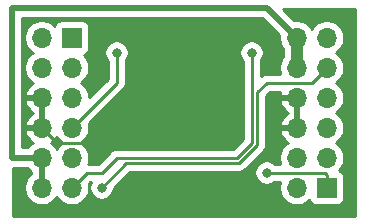
<source format=gbr>
G04 #@! TF.GenerationSoftware,KiCad,Pcbnew,(5.1.5-0-10_14)*
G04 #@! TF.CreationDate,2021-03-22T20:24:37-05:00*
G04 #@! TF.ProjectId,Filter Network,46696c74-6572-4204-9e65-74776f726b2e,rev?*
G04 #@! TF.SameCoordinates,Original*
G04 #@! TF.FileFunction,Copper,L2,Bot*
G04 #@! TF.FilePolarity,Positive*
%FSLAX46Y46*%
G04 Gerber Fmt 4.6, Leading zero omitted, Abs format (unit mm)*
G04 Created by KiCad (PCBNEW (5.1.5-0-10_14)) date 2021-03-22 20:24:37*
%MOMM*%
%LPD*%
G04 APERTURE LIST*
%ADD10R,1.700000X1.700000*%
%ADD11O,1.700000X1.700000*%
%ADD12C,0.800000*%
%ADD13C,0.250000*%
%ADD14C,1.000000*%
%ADD15C,0.500000*%
%ADD16C,0.254000*%
G04 APERTURE END LIST*
D10*
X85090000Y-107950000D03*
D11*
X82550000Y-107950000D03*
X85090000Y-110490000D03*
X82550000Y-110490000D03*
X85090000Y-113030000D03*
X82550000Y-113030000D03*
X85090000Y-115570000D03*
X82550000Y-115570000D03*
X85090000Y-118110000D03*
X82550000Y-118110000D03*
X85090000Y-120650000D03*
X82550000Y-120650000D03*
X104140000Y-107950000D03*
X106680000Y-107950000D03*
X104140000Y-110490000D03*
X106680000Y-110490000D03*
X104140000Y-113030000D03*
X106680000Y-113030000D03*
X104140000Y-115570000D03*
X106680000Y-115570000D03*
X104140000Y-118110000D03*
X106680000Y-118110000D03*
X104140000Y-120650000D03*
D10*
X106680000Y-120650000D03*
D12*
X101600000Y-119380000D03*
X88900000Y-109220000D03*
X87630000Y-120650000D03*
X100330000Y-109220000D03*
X97790000Y-109220000D03*
X97790000Y-113030000D03*
X97790000Y-116840000D03*
X97790000Y-120650000D03*
D13*
X106680000Y-119550000D02*
X106604999Y-119474999D01*
X106510000Y-119380000D02*
X102165685Y-119380000D01*
X106680000Y-119550000D02*
X106510000Y-119380000D01*
X102165685Y-119380000D02*
X101600000Y-119380000D01*
X106680000Y-120650000D02*
X106680000Y-119550000D01*
X85090000Y-115570000D02*
X88900000Y-111760000D01*
X88900000Y-111760000D02*
X88900000Y-109220000D01*
X88900000Y-109220000D02*
X88900000Y-109220000D01*
X87630000Y-120650000D02*
X87630000Y-120650000D01*
X99246400Y-118560010D02*
X89719990Y-118560010D01*
X89719990Y-118560010D02*
X87630000Y-120650000D01*
X100780009Y-117026401D02*
X99246400Y-118560010D01*
X100780010Y-112579990D02*
X100780009Y-117026401D01*
X101600000Y-111760000D02*
X100780010Y-112579990D01*
X105410000Y-111760000D02*
X101600000Y-111760000D01*
X106680000Y-110490000D02*
X105410000Y-111760000D01*
D14*
X104140000Y-107950000D02*
X104140000Y-110490000D01*
D15*
X82550000Y-118110000D02*
X82550000Y-120650000D01*
X104140000Y-107950000D02*
X101600000Y-105410000D01*
X101600000Y-105410000D02*
X86360000Y-105410000D01*
X83820000Y-105410000D02*
X80010000Y-105410000D01*
X86360000Y-105410000D02*
X83820000Y-105410000D01*
D13*
X83820000Y-105410000D02*
X83350998Y-105410000D01*
D15*
X80010000Y-105410000D02*
X80010000Y-115570000D01*
X82550000Y-118110000D02*
X80010000Y-118110000D01*
X80010000Y-118110000D02*
X80010000Y-115570000D01*
D13*
X85090000Y-120650000D02*
X86360000Y-119380000D01*
X86360000Y-119380000D02*
X87630000Y-119380000D01*
X87630000Y-119380000D02*
X88900000Y-118110000D01*
X100330000Y-109220000D02*
X100330000Y-116840000D01*
X100330000Y-116840000D02*
X99060000Y-118110000D01*
X99060000Y-118110000D02*
X88900000Y-118110000D01*
X82550000Y-115570000D02*
X83820000Y-116840000D01*
X83820000Y-116840000D02*
X87630000Y-116840000D01*
X82550000Y-113030000D02*
X82550000Y-115570000D01*
X104140000Y-113030000D02*
X104140000Y-115570000D01*
D16*
G36*
X109093000Y-123063000D02*
G01*
X80137000Y-123063000D01*
X80137000Y-118995000D01*
X81355344Y-118995000D01*
X81396525Y-119056632D01*
X81603368Y-119263475D01*
X81665000Y-119304656D01*
X81665001Y-119455343D01*
X81603368Y-119496525D01*
X81396525Y-119703368D01*
X81234010Y-119946589D01*
X81122068Y-120216842D01*
X81065000Y-120503740D01*
X81065000Y-120796260D01*
X81122068Y-121083158D01*
X81234010Y-121353411D01*
X81396525Y-121596632D01*
X81603368Y-121803475D01*
X81846589Y-121965990D01*
X82116842Y-122077932D01*
X82403740Y-122135000D01*
X82696260Y-122135000D01*
X82983158Y-122077932D01*
X83253411Y-121965990D01*
X83496632Y-121803475D01*
X83703475Y-121596632D01*
X83820000Y-121422240D01*
X83936525Y-121596632D01*
X84143368Y-121803475D01*
X84386589Y-121965990D01*
X84656842Y-122077932D01*
X84943740Y-122135000D01*
X85236260Y-122135000D01*
X85523158Y-122077932D01*
X85793411Y-121965990D01*
X86036632Y-121803475D01*
X86243475Y-121596632D01*
X86405990Y-121353411D01*
X86517932Y-121083158D01*
X86575000Y-120796260D01*
X86575000Y-120503740D01*
X86531210Y-120283592D01*
X86674802Y-120140000D01*
X86725987Y-120140000D01*
X86712795Y-120159744D01*
X86634774Y-120348102D01*
X86595000Y-120548061D01*
X86595000Y-120751939D01*
X86634774Y-120951898D01*
X86712795Y-121140256D01*
X86826063Y-121309774D01*
X86970226Y-121453937D01*
X87139744Y-121567205D01*
X87328102Y-121645226D01*
X87528061Y-121685000D01*
X87731939Y-121685000D01*
X87931898Y-121645226D01*
X88120256Y-121567205D01*
X88289774Y-121453937D01*
X88433937Y-121309774D01*
X88547205Y-121140256D01*
X88625226Y-120951898D01*
X88665000Y-120751939D01*
X88665000Y-120689801D01*
X90034792Y-119320010D01*
X99209078Y-119320010D01*
X99246400Y-119323686D01*
X99283722Y-119320010D01*
X99283733Y-119320010D01*
X99395386Y-119309013D01*
X99538647Y-119265556D01*
X99670676Y-119194984D01*
X99786401Y-119100011D01*
X99810204Y-119071007D01*
X101291016Y-117590196D01*
X101320009Y-117566402D01*
X101343803Y-117537409D01*
X101343808Y-117537404D01*
X101414983Y-117450677D01*
X101485555Y-117318648D01*
X101529012Y-117175387D01*
X101543685Y-117026401D01*
X101540008Y-116989066D01*
X101540009Y-113386890D01*
X102698524Y-113386890D01*
X102743175Y-113534099D01*
X102868359Y-113796920D01*
X103042412Y-114030269D01*
X103258645Y-114225178D01*
X103384255Y-114300000D01*
X103258645Y-114374822D01*
X103042412Y-114569731D01*
X102868359Y-114803080D01*
X102743175Y-115065901D01*
X102698524Y-115213110D01*
X102819845Y-115443000D01*
X104013000Y-115443000D01*
X104013000Y-113157000D01*
X102819845Y-113157000D01*
X102698524Y-113386890D01*
X101540009Y-113386890D01*
X101540010Y-112894791D01*
X101914802Y-112520000D01*
X102745986Y-112520000D01*
X102743175Y-112525901D01*
X102698524Y-112673110D01*
X102819845Y-112903000D01*
X104013000Y-112903000D01*
X104013000Y-112883000D01*
X104267000Y-112883000D01*
X104267000Y-112903000D01*
X104287000Y-112903000D01*
X104287000Y-113157000D01*
X104267000Y-113157000D01*
X104267000Y-115443000D01*
X104287000Y-115443000D01*
X104287000Y-115697000D01*
X104267000Y-115697000D01*
X104267000Y-115717000D01*
X104013000Y-115717000D01*
X104013000Y-115697000D01*
X102819845Y-115697000D01*
X102698524Y-115926890D01*
X102743175Y-116074099D01*
X102868359Y-116336920D01*
X103042412Y-116570269D01*
X103258645Y-116765178D01*
X103375534Y-116834805D01*
X103193368Y-116956525D01*
X102986525Y-117163368D01*
X102824010Y-117406589D01*
X102712068Y-117676842D01*
X102655000Y-117963740D01*
X102655000Y-118256260D01*
X102712068Y-118543158D01*
X102743897Y-118620000D01*
X102303711Y-118620000D01*
X102259774Y-118576063D01*
X102090256Y-118462795D01*
X101901898Y-118384774D01*
X101701939Y-118345000D01*
X101498061Y-118345000D01*
X101298102Y-118384774D01*
X101109744Y-118462795D01*
X100940226Y-118576063D01*
X100796063Y-118720226D01*
X100682795Y-118889744D01*
X100604774Y-119078102D01*
X100565000Y-119278061D01*
X100565000Y-119481939D01*
X100604774Y-119681898D01*
X100682795Y-119870256D01*
X100796063Y-120039774D01*
X100940226Y-120183937D01*
X101109744Y-120297205D01*
X101298102Y-120375226D01*
X101498061Y-120415000D01*
X101701939Y-120415000D01*
X101901898Y-120375226D01*
X102090256Y-120297205D01*
X102259774Y-120183937D01*
X102303711Y-120140000D01*
X102743897Y-120140000D01*
X102712068Y-120216842D01*
X102655000Y-120503740D01*
X102655000Y-120796260D01*
X102712068Y-121083158D01*
X102824010Y-121353411D01*
X102986525Y-121596632D01*
X103193368Y-121803475D01*
X103436589Y-121965990D01*
X103706842Y-122077932D01*
X103993740Y-122135000D01*
X104286260Y-122135000D01*
X104573158Y-122077932D01*
X104843411Y-121965990D01*
X105086632Y-121803475D01*
X105218487Y-121671620D01*
X105240498Y-121744180D01*
X105299463Y-121854494D01*
X105378815Y-121951185D01*
X105475506Y-122030537D01*
X105585820Y-122089502D01*
X105705518Y-122125812D01*
X105830000Y-122138072D01*
X107530000Y-122138072D01*
X107654482Y-122125812D01*
X107774180Y-122089502D01*
X107884494Y-122030537D01*
X107981185Y-121951185D01*
X108060537Y-121854494D01*
X108119502Y-121744180D01*
X108155812Y-121624482D01*
X108168072Y-121500000D01*
X108168072Y-119800000D01*
X108155812Y-119675518D01*
X108119502Y-119555820D01*
X108060537Y-119445506D01*
X107981185Y-119348815D01*
X107884494Y-119269463D01*
X107774180Y-119210498D01*
X107701620Y-119188487D01*
X107833475Y-119056632D01*
X107995990Y-118813411D01*
X108107932Y-118543158D01*
X108165000Y-118256260D01*
X108165000Y-117963740D01*
X108107932Y-117676842D01*
X107995990Y-117406589D01*
X107833475Y-117163368D01*
X107626632Y-116956525D01*
X107452240Y-116840000D01*
X107626632Y-116723475D01*
X107833475Y-116516632D01*
X107995990Y-116273411D01*
X108107932Y-116003158D01*
X108165000Y-115716260D01*
X108165000Y-115423740D01*
X108107932Y-115136842D01*
X107995990Y-114866589D01*
X107833475Y-114623368D01*
X107626632Y-114416525D01*
X107452240Y-114300000D01*
X107626632Y-114183475D01*
X107833475Y-113976632D01*
X107995990Y-113733411D01*
X108107932Y-113463158D01*
X108165000Y-113176260D01*
X108165000Y-112883740D01*
X108107932Y-112596842D01*
X107995990Y-112326589D01*
X107833475Y-112083368D01*
X107626632Y-111876525D01*
X107452240Y-111760000D01*
X107626632Y-111643475D01*
X107833475Y-111436632D01*
X107995990Y-111193411D01*
X108107932Y-110923158D01*
X108165000Y-110636260D01*
X108165000Y-110343740D01*
X108107932Y-110056842D01*
X107995990Y-109786589D01*
X107833475Y-109543368D01*
X107626632Y-109336525D01*
X107452240Y-109220000D01*
X107626632Y-109103475D01*
X107833475Y-108896632D01*
X107995990Y-108653411D01*
X108107932Y-108383158D01*
X108165000Y-108096260D01*
X108165000Y-107803740D01*
X108107932Y-107516842D01*
X107995990Y-107246589D01*
X107833475Y-107003368D01*
X107626632Y-106796525D01*
X107383411Y-106634010D01*
X107113158Y-106522068D01*
X106826260Y-106465000D01*
X106533740Y-106465000D01*
X106246842Y-106522068D01*
X105976589Y-106634010D01*
X105733368Y-106796525D01*
X105526525Y-107003368D01*
X105410000Y-107177760D01*
X105293475Y-107003368D01*
X105086632Y-106796525D01*
X104843411Y-106634010D01*
X104573158Y-106522068D01*
X104286260Y-106465000D01*
X103993740Y-106465000D01*
X103921040Y-106479461D01*
X102978578Y-105537000D01*
X109093000Y-105537000D01*
X109093000Y-123063000D01*
G37*
X109093000Y-123063000D02*
X80137000Y-123063000D01*
X80137000Y-118995000D01*
X81355344Y-118995000D01*
X81396525Y-119056632D01*
X81603368Y-119263475D01*
X81665000Y-119304656D01*
X81665001Y-119455343D01*
X81603368Y-119496525D01*
X81396525Y-119703368D01*
X81234010Y-119946589D01*
X81122068Y-120216842D01*
X81065000Y-120503740D01*
X81065000Y-120796260D01*
X81122068Y-121083158D01*
X81234010Y-121353411D01*
X81396525Y-121596632D01*
X81603368Y-121803475D01*
X81846589Y-121965990D01*
X82116842Y-122077932D01*
X82403740Y-122135000D01*
X82696260Y-122135000D01*
X82983158Y-122077932D01*
X83253411Y-121965990D01*
X83496632Y-121803475D01*
X83703475Y-121596632D01*
X83820000Y-121422240D01*
X83936525Y-121596632D01*
X84143368Y-121803475D01*
X84386589Y-121965990D01*
X84656842Y-122077932D01*
X84943740Y-122135000D01*
X85236260Y-122135000D01*
X85523158Y-122077932D01*
X85793411Y-121965990D01*
X86036632Y-121803475D01*
X86243475Y-121596632D01*
X86405990Y-121353411D01*
X86517932Y-121083158D01*
X86575000Y-120796260D01*
X86575000Y-120503740D01*
X86531210Y-120283592D01*
X86674802Y-120140000D01*
X86725987Y-120140000D01*
X86712795Y-120159744D01*
X86634774Y-120348102D01*
X86595000Y-120548061D01*
X86595000Y-120751939D01*
X86634774Y-120951898D01*
X86712795Y-121140256D01*
X86826063Y-121309774D01*
X86970226Y-121453937D01*
X87139744Y-121567205D01*
X87328102Y-121645226D01*
X87528061Y-121685000D01*
X87731939Y-121685000D01*
X87931898Y-121645226D01*
X88120256Y-121567205D01*
X88289774Y-121453937D01*
X88433937Y-121309774D01*
X88547205Y-121140256D01*
X88625226Y-120951898D01*
X88665000Y-120751939D01*
X88665000Y-120689801D01*
X90034792Y-119320010D01*
X99209078Y-119320010D01*
X99246400Y-119323686D01*
X99283722Y-119320010D01*
X99283733Y-119320010D01*
X99395386Y-119309013D01*
X99538647Y-119265556D01*
X99670676Y-119194984D01*
X99786401Y-119100011D01*
X99810204Y-119071007D01*
X101291016Y-117590196D01*
X101320009Y-117566402D01*
X101343803Y-117537409D01*
X101343808Y-117537404D01*
X101414983Y-117450677D01*
X101485555Y-117318648D01*
X101529012Y-117175387D01*
X101543685Y-117026401D01*
X101540008Y-116989066D01*
X101540009Y-113386890D01*
X102698524Y-113386890D01*
X102743175Y-113534099D01*
X102868359Y-113796920D01*
X103042412Y-114030269D01*
X103258645Y-114225178D01*
X103384255Y-114300000D01*
X103258645Y-114374822D01*
X103042412Y-114569731D01*
X102868359Y-114803080D01*
X102743175Y-115065901D01*
X102698524Y-115213110D01*
X102819845Y-115443000D01*
X104013000Y-115443000D01*
X104013000Y-113157000D01*
X102819845Y-113157000D01*
X102698524Y-113386890D01*
X101540009Y-113386890D01*
X101540010Y-112894791D01*
X101914802Y-112520000D01*
X102745986Y-112520000D01*
X102743175Y-112525901D01*
X102698524Y-112673110D01*
X102819845Y-112903000D01*
X104013000Y-112903000D01*
X104013000Y-112883000D01*
X104267000Y-112883000D01*
X104267000Y-112903000D01*
X104287000Y-112903000D01*
X104287000Y-113157000D01*
X104267000Y-113157000D01*
X104267000Y-115443000D01*
X104287000Y-115443000D01*
X104287000Y-115697000D01*
X104267000Y-115697000D01*
X104267000Y-115717000D01*
X104013000Y-115717000D01*
X104013000Y-115697000D01*
X102819845Y-115697000D01*
X102698524Y-115926890D01*
X102743175Y-116074099D01*
X102868359Y-116336920D01*
X103042412Y-116570269D01*
X103258645Y-116765178D01*
X103375534Y-116834805D01*
X103193368Y-116956525D01*
X102986525Y-117163368D01*
X102824010Y-117406589D01*
X102712068Y-117676842D01*
X102655000Y-117963740D01*
X102655000Y-118256260D01*
X102712068Y-118543158D01*
X102743897Y-118620000D01*
X102303711Y-118620000D01*
X102259774Y-118576063D01*
X102090256Y-118462795D01*
X101901898Y-118384774D01*
X101701939Y-118345000D01*
X101498061Y-118345000D01*
X101298102Y-118384774D01*
X101109744Y-118462795D01*
X100940226Y-118576063D01*
X100796063Y-118720226D01*
X100682795Y-118889744D01*
X100604774Y-119078102D01*
X100565000Y-119278061D01*
X100565000Y-119481939D01*
X100604774Y-119681898D01*
X100682795Y-119870256D01*
X100796063Y-120039774D01*
X100940226Y-120183937D01*
X101109744Y-120297205D01*
X101298102Y-120375226D01*
X101498061Y-120415000D01*
X101701939Y-120415000D01*
X101901898Y-120375226D01*
X102090256Y-120297205D01*
X102259774Y-120183937D01*
X102303711Y-120140000D01*
X102743897Y-120140000D01*
X102712068Y-120216842D01*
X102655000Y-120503740D01*
X102655000Y-120796260D01*
X102712068Y-121083158D01*
X102824010Y-121353411D01*
X102986525Y-121596632D01*
X103193368Y-121803475D01*
X103436589Y-121965990D01*
X103706842Y-122077932D01*
X103993740Y-122135000D01*
X104286260Y-122135000D01*
X104573158Y-122077932D01*
X104843411Y-121965990D01*
X105086632Y-121803475D01*
X105218487Y-121671620D01*
X105240498Y-121744180D01*
X105299463Y-121854494D01*
X105378815Y-121951185D01*
X105475506Y-122030537D01*
X105585820Y-122089502D01*
X105705518Y-122125812D01*
X105830000Y-122138072D01*
X107530000Y-122138072D01*
X107654482Y-122125812D01*
X107774180Y-122089502D01*
X107884494Y-122030537D01*
X107981185Y-121951185D01*
X108060537Y-121854494D01*
X108119502Y-121744180D01*
X108155812Y-121624482D01*
X108168072Y-121500000D01*
X108168072Y-119800000D01*
X108155812Y-119675518D01*
X108119502Y-119555820D01*
X108060537Y-119445506D01*
X107981185Y-119348815D01*
X107884494Y-119269463D01*
X107774180Y-119210498D01*
X107701620Y-119188487D01*
X107833475Y-119056632D01*
X107995990Y-118813411D01*
X108107932Y-118543158D01*
X108165000Y-118256260D01*
X108165000Y-117963740D01*
X108107932Y-117676842D01*
X107995990Y-117406589D01*
X107833475Y-117163368D01*
X107626632Y-116956525D01*
X107452240Y-116840000D01*
X107626632Y-116723475D01*
X107833475Y-116516632D01*
X107995990Y-116273411D01*
X108107932Y-116003158D01*
X108165000Y-115716260D01*
X108165000Y-115423740D01*
X108107932Y-115136842D01*
X107995990Y-114866589D01*
X107833475Y-114623368D01*
X107626632Y-114416525D01*
X107452240Y-114300000D01*
X107626632Y-114183475D01*
X107833475Y-113976632D01*
X107995990Y-113733411D01*
X108107932Y-113463158D01*
X108165000Y-113176260D01*
X108165000Y-112883740D01*
X108107932Y-112596842D01*
X107995990Y-112326589D01*
X107833475Y-112083368D01*
X107626632Y-111876525D01*
X107452240Y-111760000D01*
X107626632Y-111643475D01*
X107833475Y-111436632D01*
X107995990Y-111193411D01*
X108107932Y-110923158D01*
X108165000Y-110636260D01*
X108165000Y-110343740D01*
X108107932Y-110056842D01*
X107995990Y-109786589D01*
X107833475Y-109543368D01*
X107626632Y-109336525D01*
X107452240Y-109220000D01*
X107626632Y-109103475D01*
X107833475Y-108896632D01*
X107995990Y-108653411D01*
X108107932Y-108383158D01*
X108165000Y-108096260D01*
X108165000Y-107803740D01*
X108107932Y-107516842D01*
X107995990Y-107246589D01*
X107833475Y-107003368D01*
X107626632Y-106796525D01*
X107383411Y-106634010D01*
X107113158Y-106522068D01*
X106826260Y-106465000D01*
X106533740Y-106465000D01*
X106246842Y-106522068D01*
X105976589Y-106634010D01*
X105733368Y-106796525D01*
X105526525Y-107003368D01*
X105410000Y-107177760D01*
X105293475Y-107003368D01*
X105086632Y-106796525D01*
X104843411Y-106634010D01*
X104573158Y-106522068D01*
X104286260Y-106465000D01*
X103993740Y-106465000D01*
X103921040Y-106479461D01*
X102978578Y-105537000D01*
X109093000Y-105537000D01*
X109093000Y-123063000D01*
G36*
X102669461Y-107731040D02*
G01*
X102655000Y-107803740D01*
X102655000Y-108096260D01*
X102712068Y-108383158D01*
X102824010Y-108653411D01*
X102986525Y-108896632D01*
X103005000Y-108915107D01*
X103005001Y-109524892D01*
X102986525Y-109543368D01*
X102824010Y-109786589D01*
X102712068Y-110056842D01*
X102655000Y-110343740D01*
X102655000Y-110636260D01*
X102712068Y-110923158D01*
X102743897Y-111000000D01*
X101637322Y-111000000D01*
X101600000Y-110996324D01*
X101562677Y-111000000D01*
X101562667Y-111000000D01*
X101451014Y-111010997D01*
X101307753Y-111054454D01*
X101175723Y-111125026D01*
X101092397Y-111193411D01*
X101090000Y-111195378D01*
X101090000Y-109923711D01*
X101133937Y-109879774D01*
X101247205Y-109710256D01*
X101325226Y-109521898D01*
X101365000Y-109321939D01*
X101365000Y-109118061D01*
X101325226Y-108918102D01*
X101247205Y-108729744D01*
X101133937Y-108560226D01*
X100989774Y-108416063D01*
X100820256Y-108302795D01*
X100631898Y-108224774D01*
X100431939Y-108185000D01*
X100228061Y-108185000D01*
X100028102Y-108224774D01*
X99839744Y-108302795D01*
X99670226Y-108416063D01*
X99526063Y-108560226D01*
X99412795Y-108729744D01*
X99334774Y-108918102D01*
X99295000Y-109118061D01*
X99295000Y-109321939D01*
X99334774Y-109521898D01*
X99412795Y-109710256D01*
X99526063Y-109879774D01*
X99570000Y-109923711D01*
X99570001Y-116525197D01*
X98745199Y-117350000D01*
X88937322Y-117350000D01*
X88899999Y-117346324D01*
X88862676Y-117350000D01*
X88862667Y-117350000D01*
X88751014Y-117360997D01*
X88607753Y-117404454D01*
X88475724Y-117475026D01*
X88359999Y-117569999D01*
X88336201Y-117598997D01*
X87315199Y-118620000D01*
X86486103Y-118620000D01*
X86517932Y-118543158D01*
X86575000Y-118256260D01*
X86575000Y-117963740D01*
X86517932Y-117676842D01*
X86405990Y-117406589D01*
X86243475Y-117163368D01*
X86036632Y-116956525D01*
X85862240Y-116840000D01*
X86036632Y-116723475D01*
X86243475Y-116516632D01*
X86405990Y-116273411D01*
X86517932Y-116003158D01*
X86575000Y-115716260D01*
X86575000Y-115423740D01*
X86531209Y-115203592D01*
X89411004Y-112323798D01*
X89440001Y-112300001D01*
X89534974Y-112184276D01*
X89605546Y-112052247D01*
X89649003Y-111908986D01*
X89660000Y-111797333D01*
X89660000Y-111797325D01*
X89663676Y-111760000D01*
X89660000Y-111722675D01*
X89660000Y-109923711D01*
X89703937Y-109879774D01*
X89817205Y-109710256D01*
X89895226Y-109521898D01*
X89935000Y-109321939D01*
X89935000Y-109118061D01*
X89895226Y-108918102D01*
X89817205Y-108729744D01*
X89703937Y-108560226D01*
X89559774Y-108416063D01*
X89390256Y-108302795D01*
X89201898Y-108224774D01*
X89001939Y-108185000D01*
X88798061Y-108185000D01*
X88598102Y-108224774D01*
X88409744Y-108302795D01*
X88240226Y-108416063D01*
X88096063Y-108560226D01*
X87982795Y-108729744D01*
X87904774Y-108918102D01*
X87865000Y-109118061D01*
X87865000Y-109321939D01*
X87904774Y-109521898D01*
X87982795Y-109710256D01*
X88096063Y-109879774D01*
X88140001Y-109923712D01*
X88140000Y-111445198D01*
X86575000Y-113010198D01*
X86575000Y-112883740D01*
X86517932Y-112596842D01*
X86405990Y-112326589D01*
X86243475Y-112083368D01*
X86036632Y-111876525D01*
X85862240Y-111760000D01*
X86036632Y-111643475D01*
X86243475Y-111436632D01*
X86405990Y-111193411D01*
X86517932Y-110923158D01*
X86575000Y-110636260D01*
X86575000Y-110343740D01*
X86517932Y-110056842D01*
X86405990Y-109786589D01*
X86243475Y-109543368D01*
X86111620Y-109411513D01*
X86184180Y-109389502D01*
X86294494Y-109330537D01*
X86391185Y-109251185D01*
X86470537Y-109154494D01*
X86529502Y-109044180D01*
X86565812Y-108924482D01*
X86578072Y-108800000D01*
X86578072Y-107100000D01*
X86565812Y-106975518D01*
X86529502Y-106855820D01*
X86470537Y-106745506D01*
X86391185Y-106648815D01*
X86294494Y-106569463D01*
X86184180Y-106510498D01*
X86064482Y-106474188D01*
X85940000Y-106461928D01*
X84240000Y-106461928D01*
X84115518Y-106474188D01*
X83995820Y-106510498D01*
X83885506Y-106569463D01*
X83788815Y-106648815D01*
X83709463Y-106745506D01*
X83650498Y-106855820D01*
X83628487Y-106928380D01*
X83496632Y-106796525D01*
X83253411Y-106634010D01*
X82983158Y-106522068D01*
X82696260Y-106465000D01*
X82403740Y-106465000D01*
X82116842Y-106522068D01*
X81846589Y-106634010D01*
X81603368Y-106796525D01*
X81396525Y-107003368D01*
X81234010Y-107246589D01*
X81122068Y-107516842D01*
X81065000Y-107803740D01*
X81065000Y-108096260D01*
X81122068Y-108383158D01*
X81234010Y-108653411D01*
X81396525Y-108896632D01*
X81603368Y-109103475D01*
X81777760Y-109220000D01*
X81603368Y-109336525D01*
X81396525Y-109543368D01*
X81234010Y-109786589D01*
X81122068Y-110056842D01*
X81065000Y-110343740D01*
X81065000Y-110636260D01*
X81122068Y-110923158D01*
X81234010Y-111193411D01*
X81396525Y-111436632D01*
X81603368Y-111643475D01*
X81785534Y-111765195D01*
X81668645Y-111834822D01*
X81452412Y-112029731D01*
X81278359Y-112263080D01*
X81153175Y-112525901D01*
X81108524Y-112673110D01*
X81229845Y-112903000D01*
X82423000Y-112903000D01*
X82423000Y-112883000D01*
X82677000Y-112883000D01*
X82677000Y-112903000D01*
X82697000Y-112903000D01*
X82697000Y-113157000D01*
X82677000Y-113157000D01*
X82677000Y-115443000D01*
X82697000Y-115443000D01*
X82697000Y-115697000D01*
X82677000Y-115697000D01*
X82677000Y-115717000D01*
X82423000Y-115717000D01*
X82423000Y-115697000D01*
X81229845Y-115697000D01*
X81108524Y-115926890D01*
X81153175Y-116074099D01*
X81278359Y-116336920D01*
X81452412Y-116570269D01*
X81668645Y-116765178D01*
X81785534Y-116834805D01*
X81603368Y-116956525D01*
X81396525Y-117163368D01*
X81355344Y-117225000D01*
X80895000Y-117225000D01*
X80895000Y-113386890D01*
X81108524Y-113386890D01*
X81153175Y-113534099D01*
X81278359Y-113796920D01*
X81452412Y-114030269D01*
X81668645Y-114225178D01*
X81794255Y-114300000D01*
X81668645Y-114374822D01*
X81452412Y-114569731D01*
X81278359Y-114803080D01*
X81153175Y-115065901D01*
X81108524Y-115213110D01*
X81229845Y-115443000D01*
X82423000Y-115443000D01*
X82423000Y-113157000D01*
X81229845Y-113157000D01*
X81108524Y-113386890D01*
X80895000Y-113386890D01*
X80895000Y-106295000D01*
X101233422Y-106295000D01*
X102669461Y-107731040D01*
G37*
X102669461Y-107731040D02*
X102655000Y-107803740D01*
X102655000Y-108096260D01*
X102712068Y-108383158D01*
X102824010Y-108653411D01*
X102986525Y-108896632D01*
X103005000Y-108915107D01*
X103005001Y-109524892D01*
X102986525Y-109543368D01*
X102824010Y-109786589D01*
X102712068Y-110056842D01*
X102655000Y-110343740D01*
X102655000Y-110636260D01*
X102712068Y-110923158D01*
X102743897Y-111000000D01*
X101637322Y-111000000D01*
X101600000Y-110996324D01*
X101562677Y-111000000D01*
X101562667Y-111000000D01*
X101451014Y-111010997D01*
X101307753Y-111054454D01*
X101175723Y-111125026D01*
X101092397Y-111193411D01*
X101090000Y-111195378D01*
X101090000Y-109923711D01*
X101133937Y-109879774D01*
X101247205Y-109710256D01*
X101325226Y-109521898D01*
X101365000Y-109321939D01*
X101365000Y-109118061D01*
X101325226Y-108918102D01*
X101247205Y-108729744D01*
X101133937Y-108560226D01*
X100989774Y-108416063D01*
X100820256Y-108302795D01*
X100631898Y-108224774D01*
X100431939Y-108185000D01*
X100228061Y-108185000D01*
X100028102Y-108224774D01*
X99839744Y-108302795D01*
X99670226Y-108416063D01*
X99526063Y-108560226D01*
X99412795Y-108729744D01*
X99334774Y-108918102D01*
X99295000Y-109118061D01*
X99295000Y-109321939D01*
X99334774Y-109521898D01*
X99412795Y-109710256D01*
X99526063Y-109879774D01*
X99570000Y-109923711D01*
X99570001Y-116525197D01*
X98745199Y-117350000D01*
X88937322Y-117350000D01*
X88899999Y-117346324D01*
X88862676Y-117350000D01*
X88862667Y-117350000D01*
X88751014Y-117360997D01*
X88607753Y-117404454D01*
X88475724Y-117475026D01*
X88359999Y-117569999D01*
X88336201Y-117598997D01*
X87315199Y-118620000D01*
X86486103Y-118620000D01*
X86517932Y-118543158D01*
X86575000Y-118256260D01*
X86575000Y-117963740D01*
X86517932Y-117676842D01*
X86405990Y-117406589D01*
X86243475Y-117163368D01*
X86036632Y-116956525D01*
X85862240Y-116840000D01*
X86036632Y-116723475D01*
X86243475Y-116516632D01*
X86405990Y-116273411D01*
X86517932Y-116003158D01*
X86575000Y-115716260D01*
X86575000Y-115423740D01*
X86531209Y-115203592D01*
X89411004Y-112323798D01*
X89440001Y-112300001D01*
X89534974Y-112184276D01*
X89605546Y-112052247D01*
X89649003Y-111908986D01*
X89660000Y-111797333D01*
X89660000Y-111797325D01*
X89663676Y-111760000D01*
X89660000Y-111722675D01*
X89660000Y-109923711D01*
X89703937Y-109879774D01*
X89817205Y-109710256D01*
X89895226Y-109521898D01*
X89935000Y-109321939D01*
X89935000Y-109118061D01*
X89895226Y-108918102D01*
X89817205Y-108729744D01*
X89703937Y-108560226D01*
X89559774Y-108416063D01*
X89390256Y-108302795D01*
X89201898Y-108224774D01*
X89001939Y-108185000D01*
X88798061Y-108185000D01*
X88598102Y-108224774D01*
X88409744Y-108302795D01*
X88240226Y-108416063D01*
X88096063Y-108560226D01*
X87982795Y-108729744D01*
X87904774Y-108918102D01*
X87865000Y-109118061D01*
X87865000Y-109321939D01*
X87904774Y-109521898D01*
X87982795Y-109710256D01*
X88096063Y-109879774D01*
X88140001Y-109923712D01*
X88140000Y-111445198D01*
X86575000Y-113010198D01*
X86575000Y-112883740D01*
X86517932Y-112596842D01*
X86405990Y-112326589D01*
X86243475Y-112083368D01*
X86036632Y-111876525D01*
X85862240Y-111760000D01*
X86036632Y-111643475D01*
X86243475Y-111436632D01*
X86405990Y-111193411D01*
X86517932Y-110923158D01*
X86575000Y-110636260D01*
X86575000Y-110343740D01*
X86517932Y-110056842D01*
X86405990Y-109786589D01*
X86243475Y-109543368D01*
X86111620Y-109411513D01*
X86184180Y-109389502D01*
X86294494Y-109330537D01*
X86391185Y-109251185D01*
X86470537Y-109154494D01*
X86529502Y-109044180D01*
X86565812Y-108924482D01*
X86578072Y-108800000D01*
X86578072Y-107100000D01*
X86565812Y-106975518D01*
X86529502Y-106855820D01*
X86470537Y-106745506D01*
X86391185Y-106648815D01*
X86294494Y-106569463D01*
X86184180Y-106510498D01*
X86064482Y-106474188D01*
X85940000Y-106461928D01*
X84240000Y-106461928D01*
X84115518Y-106474188D01*
X83995820Y-106510498D01*
X83885506Y-106569463D01*
X83788815Y-106648815D01*
X83709463Y-106745506D01*
X83650498Y-106855820D01*
X83628487Y-106928380D01*
X83496632Y-106796525D01*
X83253411Y-106634010D01*
X82983158Y-106522068D01*
X82696260Y-106465000D01*
X82403740Y-106465000D01*
X82116842Y-106522068D01*
X81846589Y-106634010D01*
X81603368Y-106796525D01*
X81396525Y-107003368D01*
X81234010Y-107246589D01*
X81122068Y-107516842D01*
X81065000Y-107803740D01*
X81065000Y-108096260D01*
X81122068Y-108383158D01*
X81234010Y-108653411D01*
X81396525Y-108896632D01*
X81603368Y-109103475D01*
X81777760Y-109220000D01*
X81603368Y-109336525D01*
X81396525Y-109543368D01*
X81234010Y-109786589D01*
X81122068Y-110056842D01*
X81065000Y-110343740D01*
X81065000Y-110636260D01*
X81122068Y-110923158D01*
X81234010Y-111193411D01*
X81396525Y-111436632D01*
X81603368Y-111643475D01*
X81785534Y-111765195D01*
X81668645Y-111834822D01*
X81452412Y-112029731D01*
X81278359Y-112263080D01*
X81153175Y-112525901D01*
X81108524Y-112673110D01*
X81229845Y-112903000D01*
X82423000Y-112903000D01*
X82423000Y-112883000D01*
X82677000Y-112883000D01*
X82677000Y-112903000D01*
X82697000Y-112903000D01*
X82697000Y-113157000D01*
X82677000Y-113157000D01*
X82677000Y-115443000D01*
X82697000Y-115443000D01*
X82697000Y-115697000D01*
X82677000Y-115697000D01*
X82677000Y-115717000D01*
X82423000Y-115717000D01*
X82423000Y-115697000D01*
X81229845Y-115697000D01*
X81108524Y-115926890D01*
X81153175Y-116074099D01*
X81278359Y-116336920D01*
X81452412Y-116570269D01*
X81668645Y-116765178D01*
X81785534Y-116834805D01*
X81603368Y-116956525D01*
X81396525Y-117163368D01*
X81355344Y-117225000D01*
X80895000Y-117225000D01*
X80895000Y-113386890D01*
X81108524Y-113386890D01*
X81153175Y-113534099D01*
X81278359Y-113796920D01*
X81452412Y-114030269D01*
X81668645Y-114225178D01*
X81794255Y-114300000D01*
X81668645Y-114374822D01*
X81452412Y-114569731D01*
X81278359Y-114803080D01*
X81153175Y-115065901D01*
X81108524Y-115213110D01*
X81229845Y-115443000D01*
X82423000Y-115443000D01*
X82423000Y-113157000D01*
X81229845Y-113157000D01*
X81108524Y-113386890D01*
X80895000Y-113386890D01*
X80895000Y-106295000D01*
X101233422Y-106295000D01*
X102669461Y-107731040D01*
G36*
X83936525Y-116516632D02*
G01*
X84143368Y-116723475D01*
X84317760Y-116840000D01*
X84143368Y-116956525D01*
X83936525Y-117163368D01*
X83820000Y-117337760D01*
X83703475Y-117163368D01*
X83496632Y-116956525D01*
X83314466Y-116834805D01*
X83431355Y-116765178D01*
X83647588Y-116570269D01*
X83818900Y-116340594D01*
X83936525Y-116516632D01*
G37*
X83936525Y-116516632D02*
X84143368Y-116723475D01*
X84317760Y-116840000D01*
X84143368Y-116956525D01*
X83936525Y-117163368D01*
X83820000Y-117337760D01*
X83703475Y-117163368D01*
X83496632Y-116956525D01*
X83314466Y-116834805D01*
X83431355Y-116765178D01*
X83647588Y-116570269D01*
X83818900Y-116340594D01*
X83936525Y-116516632D01*
M02*

</source>
